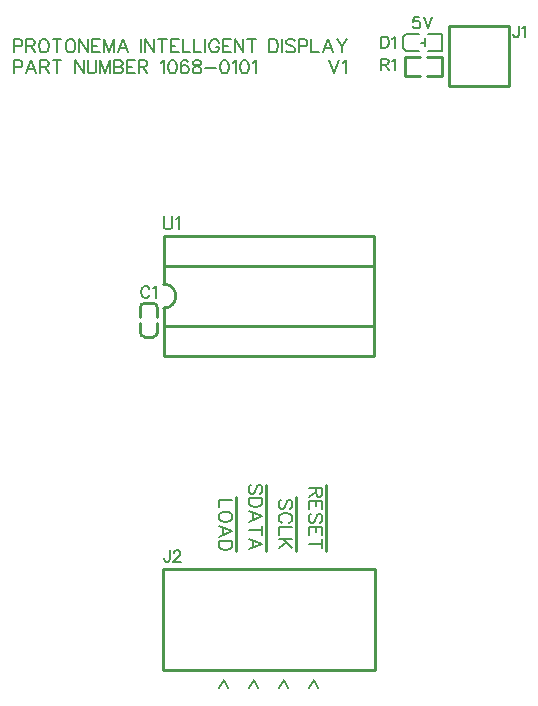
<source format=gto>
G04 Layer: TopSilkscreenLayer*
G04 EasyEDA v6.5.22, 2022-11-04 13:25:20*
G04 85924a54d7f443bcb71dc3a66c5b611b,5a6b42c53f6a479593ecc07194224c93,10*
G04 Gerber Generator version 0.2*
G04 Scale: 100 percent, Rotated: No, Reflected: No *
G04 Dimensions in millimeters *
G04 leading zeros omitted , absolute positions ,4 integer and 5 decimal *
%FSLAX45Y45*%
%MOMM*%

%ADD10C,0.1524*%
%ADD11C,0.2540*%
%ADD12C,0.1500*%

%LPD*%
D10*
X762000Y5423915D02*
G01*
X762000Y5314950D01*
X762000Y5423915D02*
G01*
X808736Y5423915D01*
X824229Y5418836D01*
X829563Y5413502D01*
X834644Y5403087D01*
X834644Y5387594D01*
X829563Y5377179D01*
X824229Y5372100D01*
X808736Y5366765D01*
X762000Y5366765D01*
X910589Y5423915D02*
G01*
X868934Y5314950D01*
X910589Y5423915D02*
G01*
X952245Y5314950D01*
X884681Y5351271D02*
G01*
X936497Y5351271D01*
X986536Y5423915D02*
G01*
X986536Y5314950D01*
X986536Y5423915D02*
G01*
X1033271Y5423915D01*
X1048765Y5418836D01*
X1054100Y5413502D01*
X1059179Y5403087D01*
X1059179Y5392673D01*
X1054100Y5382260D01*
X1048765Y5377179D01*
X1033271Y5372100D01*
X986536Y5372100D01*
X1022857Y5372100D02*
G01*
X1059179Y5314950D01*
X1129792Y5423915D02*
G01*
X1129792Y5314950D01*
X1093470Y5423915D02*
G01*
X1166113Y5423915D01*
X1280413Y5423915D02*
G01*
X1280413Y5314950D01*
X1280413Y5423915D02*
G01*
X1353312Y5314950D01*
X1353312Y5423915D02*
G01*
X1353312Y5314950D01*
X1387602Y5423915D02*
G01*
X1387602Y5345937D01*
X1392681Y5330444D01*
X1403095Y5320029D01*
X1418589Y5314950D01*
X1429004Y5314950D01*
X1444752Y5320029D01*
X1455165Y5330444D01*
X1460245Y5345937D01*
X1460245Y5423915D01*
X1494536Y5423915D02*
G01*
X1494536Y5314950D01*
X1494536Y5423915D02*
G01*
X1536192Y5314950D01*
X1577594Y5423915D02*
G01*
X1536192Y5314950D01*
X1577594Y5423915D02*
G01*
X1577594Y5314950D01*
X1611884Y5423915D02*
G01*
X1611884Y5314950D01*
X1611884Y5423915D02*
G01*
X1658620Y5423915D01*
X1674368Y5418836D01*
X1679447Y5413502D01*
X1684781Y5403087D01*
X1684781Y5392673D01*
X1679447Y5382260D01*
X1674368Y5377179D01*
X1658620Y5372100D01*
X1611884Y5372100D02*
G01*
X1658620Y5372100D01*
X1674368Y5366765D01*
X1679447Y5361686D01*
X1684781Y5351271D01*
X1684781Y5335523D01*
X1679447Y5325110D01*
X1674368Y5320029D01*
X1658620Y5314950D01*
X1611884Y5314950D01*
X1719071Y5423915D02*
G01*
X1719071Y5314950D01*
X1719071Y5423915D02*
G01*
X1786636Y5423915D01*
X1719071Y5372100D02*
G01*
X1760473Y5372100D01*
X1719071Y5314950D02*
G01*
X1786636Y5314950D01*
X1820926Y5423915D02*
G01*
X1820926Y5314950D01*
X1820926Y5423915D02*
G01*
X1867662Y5423915D01*
X1883155Y5418836D01*
X1888489Y5413502D01*
X1893570Y5403087D01*
X1893570Y5392673D01*
X1888489Y5382260D01*
X1883155Y5377179D01*
X1867662Y5372100D01*
X1820926Y5372100D01*
X1857247Y5372100D02*
G01*
X1893570Y5314950D01*
X2007870Y5403087D02*
G01*
X2018284Y5408421D01*
X2033777Y5423915D01*
X2033777Y5314950D01*
X2099309Y5423915D02*
G01*
X2083815Y5418836D01*
X2073402Y5403087D01*
X2068068Y5377179D01*
X2068068Y5361686D01*
X2073402Y5335523D01*
X2083815Y5320029D01*
X2099309Y5314950D01*
X2109724Y5314950D01*
X2125218Y5320029D01*
X2135631Y5335523D01*
X2140965Y5361686D01*
X2140965Y5377179D01*
X2135631Y5403087D01*
X2125218Y5418836D01*
X2109724Y5423915D01*
X2099309Y5423915D01*
X2237486Y5408421D02*
G01*
X2232406Y5418836D01*
X2216658Y5423915D01*
X2206243Y5423915D01*
X2190750Y5418836D01*
X2180336Y5403087D01*
X2175256Y5377179D01*
X2175256Y5351271D01*
X2180336Y5330444D01*
X2190750Y5320029D01*
X2206243Y5314950D01*
X2211577Y5314950D01*
X2227072Y5320029D01*
X2237486Y5330444D01*
X2242820Y5345937D01*
X2242820Y5351271D01*
X2237486Y5366765D01*
X2227072Y5377179D01*
X2211577Y5382260D01*
X2206243Y5382260D01*
X2190750Y5377179D01*
X2180336Y5366765D01*
X2175256Y5351271D01*
X2303018Y5423915D02*
G01*
X2287270Y5418836D01*
X2282190Y5408421D01*
X2282190Y5398007D01*
X2287270Y5387594D01*
X2297684Y5382260D01*
X2318511Y5377179D01*
X2334259Y5372100D01*
X2344420Y5361686D01*
X2349754Y5351271D01*
X2349754Y5335523D01*
X2344420Y5325110D01*
X2339340Y5320029D01*
X2323845Y5314950D01*
X2303018Y5314950D01*
X2287270Y5320029D01*
X2282190Y5325110D01*
X2277109Y5335523D01*
X2277109Y5351271D01*
X2282190Y5361686D01*
X2292604Y5372100D01*
X2308097Y5377179D01*
X2328925Y5382260D01*
X2339340Y5387594D01*
X2344420Y5398007D01*
X2344420Y5408421D01*
X2339340Y5418836D01*
X2323845Y5423915D01*
X2303018Y5423915D01*
X2384043Y5361686D02*
G01*
X2477515Y5361686D01*
X2543047Y5423915D02*
G01*
X2527300Y5418836D01*
X2517140Y5403087D01*
X2511806Y5377179D01*
X2511806Y5361686D01*
X2517140Y5335523D01*
X2527300Y5320029D01*
X2543047Y5314950D01*
X2553461Y5314950D01*
X2568956Y5320029D01*
X2579370Y5335523D01*
X2584450Y5361686D01*
X2584450Y5377179D01*
X2579370Y5403087D01*
X2568956Y5418836D01*
X2553461Y5423915D01*
X2543047Y5423915D01*
X2618740Y5403087D02*
G01*
X2629154Y5408421D01*
X2644902Y5423915D01*
X2644902Y5314950D01*
X2710179Y5423915D02*
G01*
X2694686Y5418836D01*
X2684272Y5403087D01*
X2679191Y5377179D01*
X2679191Y5361686D01*
X2684272Y5335523D01*
X2694686Y5320029D01*
X2710179Y5314950D01*
X2720593Y5314950D01*
X2736341Y5320029D01*
X2746756Y5335523D01*
X2751836Y5361686D01*
X2751836Y5377179D01*
X2746756Y5403087D01*
X2736341Y5418836D01*
X2720593Y5423915D01*
X2710179Y5423915D01*
X2786125Y5403087D02*
G01*
X2796540Y5408421D01*
X2812034Y5423915D01*
X2812034Y5314950D01*
X762000Y5601715D02*
G01*
X762000Y5492750D01*
X762000Y5601715D02*
G01*
X808736Y5601715D01*
X824229Y5596636D01*
X829563Y5591302D01*
X834644Y5580887D01*
X834644Y5565394D01*
X829563Y5554979D01*
X824229Y5549900D01*
X808736Y5544565D01*
X762000Y5544565D01*
X868934Y5601715D02*
G01*
X868934Y5492750D01*
X868934Y5601715D02*
G01*
X915670Y5601715D01*
X931418Y5596636D01*
X936497Y5591302D01*
X941831Y5580887D01*
X941831Y5570473D01*
X936497Y5560060D01*
X931418Y5554979D01*
X915670Y5549900D01*
X868934Y5549900D01*
X905510Y5549900D02*
G01*
X941831Y5492750D01*
X1007110Y5601715D02*
G01*
X996950Y5596636D01*
X986536Y5586221D01*
X981202Y5575807D01*
X976121Y5560060D01*
X976121Y5534152D01*
X981202Y5518657D01*
X986536Y5508244D01*
X996950Y5497829D01*
X1007110Y5492750D01*
X1027937Y5492750D01*
X1038352Y5497829D01*
X1048765Y5508244D01*
X1054100Y5518657D01*
X1059179Y5534152D01*
X1059179Y5560060D01*
X1054100Y5575807D01*
X1048765Y5586221D01*
X1038352Y5596636D01*
X1027937Y5601715D01*
X1007110Y5601715D01*
X1129792Y5601715D02*
G01*
X1129792Y5492750D01*
X1093470Y5601715D02*
G01*
X1166113Y5601715D01*
X1231645Y5601715D02*
G01*
X1221231Y5596636D01*
X1210818Y5586221D01*
X1205737Y5575807D01*
X1200404Y5560060D01*
X1200404Y5534152D01*
X1205737Y5518657D01*
X1210818Y5508244D01*
X1221231Y5497829D01*
X1231645Y5492750D01*
X1252473Y5492750D01*
X1262887Y5497829D01*
X1273302Y5508244D01*
X1278381Y5518657D01*
X1283715Y5534152D01*
X1283715Y5560060D01*
X1278381Y5575807D01*
X1273302Y5586221D01*
X1262887Y5596636D01*
X1252473Y5601715D01*
X1231645Y5601715D01*
X1318005Y5601715D02*
G01*
X1318005Y5492750D01*
X1318005Y5601715D02*
G01*
X1390650Y5492750D01*
X1390650Y5601715D02*
G01*
X1390650Y5492750D01*
X1424939Y5601715D02*
G01*
X1424939Y5492750D01*
X1424939Y5601715D02*
G01*
X1492504Y5601715D01*
X1424939Y5549900D02*
G01*
X1466595Y5549900D01*
X1424939Y5492750D02*
G01*
X1492504Y5492750D01*
X1526794Y5601715D02*
G01*
X1526794Y5492750D01*
X1526794Y5601715D02*
G01*
X1568450Y5492750D01*
X1609852Y5601715D02*
G01*
X1568450Y5492750D01*
X1609852Y5601715D02*
G01*
X1609852Y5492750D01*
X1685797Y5601715D02*
G01*
X1644142Y5492750D01*
X1685797Y5601715D02*
G01*
X1727200Y5492750D01*
X1659889Y5529071D02*
G01*
X1711705Y5529071D01*
X1841500Y5601715D02*
G01*
X1841500Y5492750D01*
X1875789Y5601715D02*
G01*
X1875789Y5492750D01*
X1875789Y5601715D02*
G01*
X1948688Y5492750D01*
X1948688Y5601715D02*
G01*
X1948688Y5492750D01*
X2019300Y5601715D02*
G01*
X2019300Y5492750D01*
X1982977Y5601715D02*
G01*
X2055622Y5601715D01*
X2089911Y5601715D02*
G01*
X2089911Y5492750D01*
X2089911Y5601715D02*
G01*
X2157475Y5601715D01*
X2089911Y5549900D02*
G01*
X2131568Y5549900D01*
X2089911Y5492750D02*
G01*
X2157475Y5492750D01*
X2191765Y5601715D02*
G01*
X2191765Y5492750D01*
X2191765Y5492750D02*
G01*
X2254250Y5492750D01*
X2288540Y5601715D02*
G01*
X2288540Y5492750D01*
X2288540Y5492750D02*
G01*
X2350770Y5492750D01*
X2385059Y5601715D02*
G01*
X2385059Y5492750D01*
X2497327Y5575807D02*
G01*
X2491993Y5586221D01*
X2481579Y5596636D01*
X2471420Y5601715D01*
X2450591Y5601715D01*
X2440177Y5596636D01*
X2429763Y5586221D01*
X2424429Y5575807D01*
X2419350Y5560060D01*
X2419350Y5534152D01*
X2424429Y5518657D01*
X2429763Y5508244D01*
X2440177Y5497829D01*
X2450591Y5492750D01*
X2471420Y5492750D01*
X2481579Y5497829D01*
X2491993Y5508244D01*
X2497327Y5518657D01*
X2497327Y5534152D01*
X2471420Y5534152D02*
G01*
X2497327Y5534152D01*
X2531618Y5601715D02*
G01*
X2531618Y5492750D01*
X2531618Y5601715D02*
G01*
X2599181Y5601715D01*
X2531618Y5549900D02*
G01*
X2573020Y5549900D01*
X2531618Y5492750D02*
G01*
X2599181Y5492750D01*
X2633472Y5601715D02*
G01*
X2633472Y5492750D01*
X2633472Y5601715D02*
G01*
X2706115Y5492750D01*
X2706115Y5601715D02*
G01*
X2706115Y5492750D01*
X2776727Y5601715D02*
G01*
X2776727Y5492750D01*
X2740406Y5601715D02*
G01*
X2813050Y5601715D01*
X2927350Y5601715D02*
G01*
X2927350Y5492750D01*
X2927350Y5601715D02*
G01*
X2963925Y5601715D01*
X2979420Y5596636D01*
X2989834Y5586221D01*
X2994913Y5575807D01*
X3000247Y5560060D01*
X3000247Y5534152D01*
X2994913Y5518657D01*
X2989834Y5508244D01*
X2979420Y5497829D01*
X2963925Y5492750D01*
X2927350Y5492750D01*
X3034538Y5601715D02*
G01*
X3034538Y5492750D01*
X3141472Y5586221D02*
G01*
X3131058Y5596636D01*
X3115563Y5601715D01*
X3094736Y5601715D01*
X3079241Y5596636D01*
X3068827Y5586221D01*
X3068827Y5575807D01*
X3073908Y5565394D01*
X3079241Y5560060D01*
X3089656Y5554979D01*
X3120643Y5544565D01*
X3131058Y5539486D01*
X3136391Y5534152D01*
X3141472Y5523737D01*
X3141472Y5508244D01*
X3131058Y5497829D01*
X3115563Y5492750D01*
X3094736Y5492750D01*
X3079241Y5497829D01*
X3068827Y5508244D01*
X3175761Y5601715D02*
G01*
X3175761Y5492750D01*
X3175761Y5601715D02*
G01*
X3222497Y5601715D01*
X3238245Y5596636D01*
X3243325Y5591302D01*
X3248659Y5580887D01*
X3248659Y5565394D01*
X3243325Y5554979D01*
X3238245Y5549900D01*
X3222497Y5544565D01*
X3175761Y5544565D01*
X3282950Y5601715D02*
G01*
X3282950Y5492750D01*
X3282950Y5492750D02*
G01*
X3345179Y5492750D01*
X3421125Y5601715D02*
G01*
X3379470Y5492750D01*
X3421125Y5601715D02*
G01*
X3462527Y5492750D01*
X3394963Y5529071D02*
G01*
X3447034Y5529071D01*
X3496818Y5601715D02*
G01*
X3538474Y5549900D01*
X3538474Y5492750D01*
X3580129Y5601715D02*
G01*
X3538474Y5549900D01*
X4194797Y5790427D02*
G01*
X4149331Y5790427D01*
X4144759Y5749533D01*
X4149331Y5754105D01*
X4162793Y5758677D01*
X4176509Y5758677D01*
X4190225Y5754105D01*
X4199369Y5744961D01*
X4203941Y5731499D01*
X4203941Y5722355D01*
X4199369Y5708639D01*
X4190225Y5699495D01*
X4176509Y5694923D01*
X4162793Y5694923D01*
X4149331Y5699495D01*
X4144759Y5704067D01*
X4140187Y5713211D01*
X4233913Y5790427D02*
G01*
X4270235Y5694923D01*
X4306557Y5790427D02*
G01*
X4270235Y5694923D01*
X5036565Y5714237D02*
G01*
X5036565Y5641594D01*
X5031993Y5627878D01*
X5027422Y5623305D01*
X5018277Y5618734D01*
X5009388Y5618734D01*
X5000243Y5623305D01*
X4995672Y5627878D01*
X4991100Y5641594D01*
X4991100Y5650737D01*
X5066538Y5696204D02*
G01*
X5075681Y5700776D01*
X5089397Y5714237D01*
X5089397Y5618734D01*
X2082304Y1276474D02*
G01*
X2082304Y1203827D01*
X2077732Y1190111D01*
X2073160Y1185542D01*
X2064016Y1180967D01*
X2055126Y1180967D01*
X2045982Y1185542D01*
X2041410Y1190111D01*
X2036838Y1203827D01*
X2036838Y1212974D01*
X2116848Y1253865D02*
G01*
X2116848Y1258440D01*
X2121420Y1267327D01*
X2125992Y1271899D01*
X2135136Y1276474D01*
X2153170Y1276474D01*
X2162314Y1271899D01*
X2166886Y1267327D01*
X2171458Y1258440D01*
X2171458Y1249296D01*
X2166886Y1240149D01*
X2157742Y1226433D01*
X2112276Y1180967D01*
X2176030Y1180967D01*
X3374781Y1806999D02*
G01*
X3260227Y1806999D01*
X3374781Y1806999D02*
G01*
X3374781Y1757977D01*
X3369193Y1741467D01*
X3363859Y1736133D01*
X3352937Y1730545D01*
X3342015Y1730545D01*
X3331093Y1736133D01*
X3325505Y1741467D01*
X3320171Y1757977D01*
X3320171Y1806999D01*
X3320171Y1768899D02*
G01*
X3260227Y1730545D01*
X3374781Y1694731D02*
G01*
X3260227Y1694731D01*
X3374781Y1694731D02*
G01*
X3374781Y1623611D01*
X3320171Y1694731D02*
G01*
X3320171Y1651043D01*
X3260227Y1694731D02*
G01*
X3260227Y1623611D01*
X3358271Y1511343D02*
G01*
X3369193Y1522265D01*
X3374781Y1538521D01*
X3374781Y1560365D01*
X3369193Y1576875D01*
X3358271Y1587797D01*
X3347349Y1587797D01*
X3336427Y1582209D01*
X3331093Y1576875D01*
X3325505Y1565953D01*
X3314837Y1533187D01*
X3309249Y1522265D01*
X3303915Y1516931D01*
X3292993Y1511343D01*
X3276483Y1511343D01*
X3265561Y1522265D01*
X3260227Y1538521D01*
X3260227Y1560365D01*
X3265561Y1576875D01*
X3276483Y1587797D01*
X3374781Y1475275D02*
G01*
X3260227Y1475275D01*
X3374781Y1475275D02*
G01*
X3374781Y1404409D01*
X3320171Y1475275D02*
G01*
X3320171Y1431841D01*
X3260227Y1475275D02*
G01*
X3260227Y1404409D01*
X3374781Y1330241D02*
G01*
X3260227Y1330241D01*
X3374781Y1368341D02*
G01*
X3374781Y1292141D01*
X2612783Y1705399D02*
G01*
X2498229Y1705399D01*
X2498229Y1705399D02*
G01*
X2498229Y1639867D01*
X2612783Y1571287D02*
G01*
X2607195Y1582209D01*
X2596273Y1593131D01*
X2585351Y1598465D01*
X2569095Y1604053D01*
X2541917Y1604053D01*
X2525407Y1598465D01*
X2514485Y1593131D01*
X2503563Y1582209D01*
X2498229Y1571287D01*
X2498229Y1549443D01*
X2503563Y1538521D01*
X2514485Y1527599D01*
X2525407Y1522011D01*
X2541917Y1516677D01*
X2569095Y1516677D01*
X2585351Y1522011D01*
X2596273Y1527599D01*
X2607195Y1538521D01*
X2612783Y1549443D01*
X2612783Y1571287D01*
X2612783Y1436921D02*
G01*
X2498229Y1480609D01*
X2612783Y1436921D02*
G01*
X2498229Y1393487D01*
X2536329Y1464353D02*
G01*
X2536329Y1409743D01*
X2612783Y1357419D02*
G01*
X2498229Y1357419D01*
X2612783Y1357419D02*
G01*
X2612783Y1319319D01*
X2607195Y1302809D01*
X2596273Y1291887D01*
X2585351Y1286553D01*
X2569095Y1280965D01*
X2541917Y1280965D01*
X2525407Y1286553D01*
X2514485Y1291887D01*
X2503563Y1302809D01*
X2498229Y1319319D01*
X2498229Y1357419D01*
X3104273Y1628945D02*
G01*
X3115195Y1639867D01*
X3120783Y1656377D01*
X3120783Y1678221D01*
X3115195Y1694477D01*
X3104273Y1705399D01*
X3093351Y1705399D01*
X3082429Y1700065D01*
X3077095Y1694477D01*
X3071507Y1683555D01*
X3060839Y1650789D01*
X3055251Y1639867D01*
X3049917Y1634533D01*
X3038995Y1628945D01*
X3022485Y1628945D01*
X3011563Y1639867D01*
X3006229Y1656377D01*
X3006229Y1678221D01*
X3011563Y1694477D01*
X3022485Y1705399D01*
X3093351Y1511343D02*
G01*
X3104273Y1516677D01*
X3115195Y1527599D01*
X3120783Y1538521D01*
X3120783Y1560365D01*
X3115195Y1571287D01*
X3104273Y1582209D01*
X3093351Y1587543D01*
X3077095Y1593131D01*
X3049917Y1593131D01*
X3033407Y1587543D01*
X3022485Y1582209D01*
X3011563Y1571287D01*
X3006229Y1560365D01*
X3006229Y1538521D01*
X3011563Y1527599D01*
X3022485Y1516677D01*
X3033407Y1511343D01*
X3120783Y1475275D02*
G01*
X3006229Y1475275D01*
X3006229Y1475275D02*
G01*
X3006229Y1409743D01*
X3120783Y1373675D02*
G01*
X3006229Y1373675D01*
X3120783Y1297475D02*
G01*
X3044329Y1373675D01*
X3071507Y1346497D02*
G01*
X3006229Y1297475D01*
X2850276Y1755942D02*
G01*
X2861198Y1766864D01*
X2866786Y1783374D01*
X2866786Y1805218D01*
X2861198Y1821474D01*
X2850276Y1832396D01*
X2839354Y1832396D01*
X2828432Y1827062D01*
X2823098Y1821474D01*
X2817510Y1810552D01*
X2806842Y1777786D01*
X2801254Y1766864D01*
X2795920Y1761530D01*
X2784998Y1755942D01*
X2768488Y1755942D01*
X2757566Y1766864D01*
X2752232Y1783374D01*
X2752232Y1805218D01*
X2757566Y1821474D01*
X2768488Y1832396D01*
X2866786Y1720128D02*
G01*
X2752232Y1720128D01*
X2866786Y1720128D02*
G01*
X2866786Y1681774D01*
X2861198Y1665518D01*
X2850276Y1654596D01*
X2839354Y1649008D01*
X2823098Y1643674D01*
X2795920Y1643674D01*
X2779410Y1649008D01*
X2768488Y1654596D01*
X2757566Y1665518D01*
X2752232Y1681774D01*
X2752232Y1720128D01*
X2866786Y1563918D02*
G01*
X2752232Y1607606D01*
X2866786Y1563918D02*
G01*
X2752232Y1520484D01*
X2790332Y1591350D02*
G01*
X2790332Y1536740D01*
X2866786Y1446316D02*
G01*
X2752232Y1446316D01*
X2866786Y1484416D02*
G01*
X2866786Y1407962D01*
X2866786Y1328460D02*
G01*
X2752232Y1372148D01*
X2866786Y1328460D02*
G01*
X2752232Y1284772D01*
X2790332Y1355638D02*
G01*
X2790332Y1301028D01*
X2578966Y108612D02*
G01*
X2538072Y181510D01*
X2497178Y108612D01*
X2832966Y108612D02*
G01*
X2792072Y181510D01*
X2751178Y108612D01*
X3086966Y108612D02*
G01*
X3046072Y181510D01*
X3005178Y108612D01*
X3340966Y108612D02*
G01*
X3300072Y181510D01*
X3259178Y108612D01*
X3428992Y5423905D02*
G01*
X3470648Y5314939D01*
X3512050Y5423905D02*
G01*
X3470648Y5314939D01*
X3546340Y5403077D02*
G01*
X3556754Y5408411D01*
X3572502Y5423905D01*
X3572502Y5314939D01*
X1910298Y3489177D02*
G01*
X1905980Y3498321D01*
X1896836Y3507211D01*
X1887692Y3511783D01*
X1869404Y3511783D01*
X1860514Y3507211D01*
X1851370Y3498321D01*
X1846798Y3489177D01*
X1842226Y3475461D01*
X1842226Y3452855D01*
X1846798Y3439139D01*
X1851370Y3429995D01*
X1860514Y3420851D01*
X1869404Y3416279D01*
X1887692Y3416279D01*
X1896836Y3420851D01*
X1905980Y3429995D01*
X1910298Y3439139D01*
X1940524Y3493749D02*
G01*
X1949414Y3498321D01*
X1963130Y3511783D01*
X1963130Y3416279D01*
X2031997Y4103113D02*
G01*
X2031997Y4025135D01*
X2037077Y4009641D01*
X2047491Y3999227D01*
X2063239Y3994147D01*
X2073653Y3994147D01*
X2089147Y3999227D01*
X2099561Y4009641D01*
X2104641Y4025135D01*
X2104641Y4103113D01*
X2138931Y4082285D02*
G01*
X2149345Y4087619D01*
X2165093Y4103113D01*
X2165093Y3994147D01*
X3873500Y5625337D02*
G01*
X3873500Y5529834D01*
X3873500Y5625337D02*
G01*
X3905250Y5625337D01*
X3918965Y5620765D01*
X3928109Y5611876D01*
X3932681Y5602731D01*
X3937254Y5589015D01*
X3937254Y5566410D01*
X3932681Y5552694D01*
X3928109Y5543550D01*
X3918965Y5534405D01*
X3905250Y5529834D01*
X3873500Y5529834D01*
X3967225Y5607304D02*
G01*
X3976115Y5611876D01*
X3989831Y5625337D01*
X3989831Y5529834D01*
X3873505Y5434837D02*
G01*
X3873505Y5339334D01*
X3873505Y5434837D02*
G01*
X3914393Y5434837D01*
X3928109Y5430265D01*
X3932681Y5425694D01*
X3937256Y5416804D01*
X3937256Y5407660D01*
X3932681Y5398515D01*
X3928109Y5393944D01*
X3914393Y5389371D01*
X3873505Y5389371D01*
X3905255Y5389371D02*
G01*
X3937256Y5339334D01*
X3967225Y5416804D02*
G01*
X3976115Y5421376D01*
X3989831Y5434837D01*
X3989831Y5339334D01*
D11*
X2644030Y1730804D02*
G01*
X2644018Y1273604D01*
X3152030Y1730804D02*
G01*
X3152018Y1273604D01*
X2898018Y1832404D02*
G01*
X2898018Y1273604D01*
X3406018Y1832404D02*
G01*
X3406018Y1273604D01*
X1944974Y3086790D02*
G01*
X1864972Y3086790D01*
X1975959Y3197766D02*
G01*
X1975959Y3117768D01*
X1833994Y3197766D02*
G01*
X1833994Y3117768D01*
X1976541Y3255355D02*
G01*
X1976541Y3335355D01*
X1945558Y3366338D02*
G01*
X1865561Y3366338D01*
X1834581Y3255355D02*
G01*
X1834581Y3335355D01*
X3809994Y3936992D02*
G01*
X2031994Y3936992D01*
X2031994Y2920992D02*
G01*
X3809994Y2920992D01*
X3809994Y3936992D02*
G01*
X3809994Y3682992D01*
X2031994Y3936992D02*
G01*
X2031994Y3682992D01*
X2031994Y2920992D02*
G01*
X2031994Y3174992D01*
X2031994Y3682992D02*
G01*
X3809994Y3682992D01*
X2031994Y3682992D02*
G01*
X2031994Y3530592D01*
X3809994Y3682992D02*
G01*
X3809994Y3174992D01*
X2031994Y3174992D02*
G01*
X3809994Y3174992D01*
X2031994Y3174992D02*
G01*
X2031994Y3327392D01*
X3809994Y3174992D02*
G01*
X3809994Y2920992D01*
D12*
X4246100Y5575523D02*
G01*
X4212099Y5575523D01*
X4054093Y5540296D02*
G01*
X4054093Y5530293D01*
X4084088Y5500291D01*
X4269094Y5650298D02*
G01*
X4384098Y5650298D01*
X4269094Y5500291D02*
G01*
X4384098Y5500291D01*
X4189097Y5650298D02*
G01*
X4084088Y5650298D01*
X4189097Y5500291D02*
G01*
X4084088Y5500291D01*
X4384098Y5650285D02*
G01*
X4384098Y5502295D01*
X4054093Y5610288D02*
G01*
X4054093Y5540296D01*
X4054093Y5610288D02*
G01*
X4054093Y5620303D01*
X4084088Y5650298D01*
X4246100Y5610296D02*
G01*
X4246100Y5542297D01*
D11*
X4074038Y5291587D02*
G01*
X4074038Y5451591D01*
X4384098Y5292097D02*
G01*
X4384098Y5452102D01*
X4199034Y5451591D02*
G01*
X4074038Y5451591D01*
X4199034Y5291587D02*
G01*
X4074038Y5291587D01*
X4259097Y5452102D02*
G01*
X4384098Y5452102D01*
X4259097Y5292097D02*
G01*
X4384098Y5292097D01*
G75*
G01*
X1945559Y3366343D02*
G02*
X1976542Y3335360I0J-30983D01*
G75*
G01*
X1834576Y3335360D02*
G02*
X1865561Y3366343I30983J0D01*
G75*
G01*
X1975960Y3117774D02*
G02*
X1944975Y3086791I-30983J0D01*
G75*
G01*
X1864977Y3086791D02*
G02*
X1833994Y3117774I0J30983D01*
G75*
G01*
X2031997Y3530592D02*
G02*
X2031997Y3327392I0J-101600D01*
X4445000Y5715000D02*
G01*
X4953000Y5715000D01*
X4953000Y5207000D01*
X4445000Y5207000D01*
X4445000Y5715000D01*
X2022729Y1114399D02*
G01*
X3822725Y1114399D01*
X3822725Y264388D01*
X2022729Y264388D01*
X2022729Y1114399D01*
M02*

</source>
